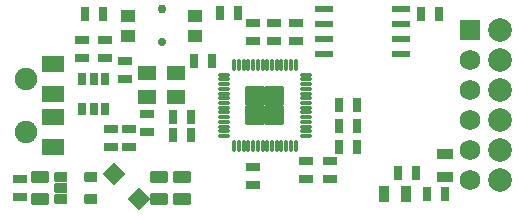
<source format=gbr>
%TF.GenerationSoftware,KiCad,Pcbnew,(6.0.7)*%
%TF.CreationDate,2022-08-11T09:50:48+02:00*%
%TF.ProjectId,cowstick-rp,636f7773-7469-4636-9b2d-72702e6b6963,1*%
%TF.SameCoordinates,Original*%
%TF.FileFunction,Soldermask,Top*%
%TF.FilePolarity,Negative*%
%FSLAX46Y46*%
G04 Gerber Fmt 4.6, Leading zero omitted, Abs format (unit mm)*
G04 Created by KiCad (PCBNEW (6.0.7)) date 2022-08-11 09:50:48*
%MOMM*%
%LPD*%
G01*
G04 APERTURE LIST*
G04 Aperture macros list*
%AMRoundRect*
0 Rectangle with rounded corners*
0 $1 Rounding radius*
0 $2 $3 $4 $5 $6 $7 $8 $9 X,Y pos of 4 corners*
0 Add a 4 corners polygon primitive as box body*
4,1,4,$2,$3,$4,$5,$6,$7,$8,$9,$2,$3,0*
0 Add four circle primitives for the rounded corners*
1,1,$1+$1,$2,$3*
1,1,$1+$1,$4,$5*
1,1,$1+$1,$6,$7*
1,1,$1+$1,$8,$9*
0 Add four rect primitives between the rounded corners*
20,1,$1+$1,$2,$3,$4,$5,0*
20,1,$1+$1,$4,$5,$6,$7,0*
20,1,$1+$1,$6,$7,$8,$9,0*
20,1,$1+$1,$8,$9,$2,$3,0*%
G04 Aperture macros list end*
%ADD10R,1.143000X0.635000*%
%ADD11R,0.635000X1.143000*%
%ADD12RoundRect,0.050000X-0.571500X0.317500X-0.571500X-0.317500X0.571500X-0.317500X0.571500X0.317500X0*%
%ADD13R,1.750000X1.750000*%
%ADD14C,1.750000*%
%ADD15C,2.000000*%
%ADD16RoundRect,0.050000X-0.100000X0.437500X-0.100000X-0.437500X0.100000X-0.437500X0.100000X0.437500X0*%
%ADD17RoundRect,0.050000X-0.437500X-0.100000X0.437500X-0.100000X0.437500X0.100000X-0.437500X0.100000X0*%
%ADD18RoundRect,0.050000X0.100000X-0.437500X0.100000X0.437500X-0.100000X0.437500X-0.100000X-0.437500X0*%
%ADD19RoundRect,0.050000X0.437500X0.100000X-0.437500X0.100000X-0.437500X-0.100000X0.437500X-0.100000X0*%
%ADD20RoundRect,0.050000X-0.800000X0.800000X-0.800000X-0.800000X0.800000X-0.800000X0.800000X0.800000X0*%
%ADD21RoundRect,0.050000X-0.500380X0.350520X-0.500380X-0.350520X0.500380X-0.350520X0.500380X0.350520X0*%
%ADD22C,0.750000*%
%ADD23C,0.700000*%
%ADD24R,1.200000X1.000000*%
%ADD25RoundRect,0.050000X0.698500X-0.444500X0.698500X0.444500X-0.698500X0.444500X-0.698500X-0.444500X0*%
%ADD26RoundRect,0.050000X0.000000X-0.919239X0.919239X0.000000X0.000000X0.919239X-0.919239X0.000000X0*%
%ADD27R,0.889000X1.397000*%
%ADD28R,0.701040X1.000760*%
%ADD29R,1.600000X0.550000*%
%ADD30C,1.900000*%
%ADD31RoundRect,0.050000X-0.850000X-0.650000X0.850000X-0.650000X0.850000X0.650000X-0.850000X0.650000X0*%
%ADD32R,1.397000X0.889000*%
%ADD33R,1.500000X1.200000*%
%ADD34RoundRect,0.050000X-0.698500X0.444500X-0.698500X-0.444500X0.698500X-0.444500X0.698500X0.444500X0*%
G04 APERTURE END LIST*
D10*
%TO.C,C15*%
X152000000Y-109738000D03*
X152000000Y-111262000D03*
%TD*%
D11*
%TO.C,C7*%
X142262000Y-107500000D03*
X140738000Y-107500000D03*
%TD*%
D12*
%TO.C,C2*%
X127750000Y-111238000D03*
X127750000Y-112762000D03*
%TD*%
D13*
%TO.C,J2*%
X165836500Y-98650000D03*
D14*
X165836500Y-101190000D03*
X165836500Y-103730000D03*
X165836500Y-106270000D03*
X165836500Y-108810000D03*
X165836500Y-111350000D03*
D15*
X168376500Y-98650000D03*
X168376500Y-101190000D03*
X168376500Y-103730000D03*
X168376500Y-106270000D03*
X168376500Y-108810000D03*
X168376500Y-111350000D03*
%TD*%
D16*
%TO.C,U1*%
X151100000Y-101550000D03*
X150700000Y-101550000D03*
X150300000Y-101550000D03*
X149900000Y-101550000D03*
X149500000Y-101550000D03*
X149100000Y-101550000D03*
X148700000Y-101550000D03*
X148300000Y-101550000D03*
X147900000Y-101550000D03*
X147500000Y-101550000D03*
X147100000Y-101550000D03*
X146700000Y-101550000D03*
X146300000Y-101550000D03*
X145900000Y-101550000D03*
D17*
X145050000Y-102400000D03*
X145050000Y-102800000D03*
X145050000Y-103200000D03*
X145050000Y-103600000D03*
X145050000Y-104000000D03*
X145050000Y-104400000D03*
X145050000Y-104800000D03*
X145050000Y-105200000D03*
X145050000Y-105600000D03*
X145050000Y-106000000D03*
X145050000Y-106400000D03*
X145050000Y-106800000D03*
X145050000Y-107200000D03*
X145050000Y-107600000D03*
D18*
X145900000Y-108450000D03*
X146300000Y-108450000D03*
X146700000Y-108450000D03*
X147100000Y-108450000D03*
X147500000Y-108450000D03*
X147900000Y-108450000D03*
X148300000Y-108450000D03*
X148700000Y-108450000D03*
X149100000Y-108450000D03*
X149500000Y-108450000D03*
X149900000Y-108450000D03*
X150300000Y-108450000D03*
X150700000Y-108450000D03*
X151100000Y-108450000D03*
D19*
X151950000Y-107600000D03*
X151950000Y-107200000D03*
X151950000Y-106800000D03*
X151950000Y-106400000D03*
X151950000Y-106000000D03*
X151950000Y-105600000D03*
X151950000Y-105200000D03*
X151950000Y-104800000D03*
X151950000Y-104400000D03*
X151950000Y-104000000D03*
X151950000Y-103600000D03*
X151950000Y-103200000D03*
X151950000Y-102800000D03*
X151950000Y-102400000D03*
D20*
X149300000Y-104200000D03*
X147700000Y-105800000D03*
X147700000Y-104200000D03*
X149300000Y-105800000D03*
%TD*%
D11*
%TO.C,R7*%
X144668000Y-97220000D03*
X146192000Y-97220000D03*
%TD*%
%TO.C,C19*%
X134762000Y-97250000D03*
X133238000Y-97250000D03*
%TD*%
D10*
%TO.C,C14*%
X147500000Y-110238000D03*
X147500000Y-111762000D03*
%TD*%
D21*
%TO.C,U2*%
X131230000Y-111047500D03*
X131230000Y-112000000D03*
X131230000Y-112952500D03*
X133770000Y-112952500D03*
X133770000Y-111047500D03*
%TD*%
D10*
%TO.C,C11*%
X151100000Y-99512000D03*
X151100000Y-97988000D03*
%TD*%
%TO.C,R4*%
X149300000Y-99512000D03*
X149300000Y-97988000D03*
%TD*%
D11*
%TO.C,C13*%
X142262000Y-106000000D03*
X140738000Y-106000000D03*
%TD*%
D22*
%TO.C,SW1*%
X139750000Y-96875000D03*
D23*
X139750000Y-99625000D03*
D24*
X136950000Y-99100000D03*
X142550000Y-99100000D03*
X142550000Y-97400000D03*
X136950000Y-97400000D03*
%TD*%
D10*
%TO.C,R2*%
X133050000Y-101012000D03*
X133050000Y-99488000D03*
%TD*%
%TO.C,R5*%
X136650000Y-102762000D03*
X136650000Y-101238000D03*
%TD*%
D25*
%TO.C,C4*%
X141500000Y-112952500D03*
X141500000Y-111047500D03*
%TD*%
D26*
%TO.C,L1*%
X135690000Y-110840000D03*
X137810000Y-112960000D03*
%TD*%
D11*
%TO.C,C18*%
X161738000Y-97250000D03*
X163262000Y-97250000D03*
%TD*%
D27*
%TO.C,D2*%
X160452500Y-112500000D03*
X158547500Y-112500000D03*
%TD*%
D11*
%TO.C,C6*%
X154738000Y-108500000D03*
X156262000Y-108500000D03*
%TD*%
D28*
%TO.C,D1*%
X134952500Y-102730000D03*
X134000000Y-102730000D03*
X133047500Y-102730000D03*
X133047500Y-105270000D03*
X134000000Y-105270000D03*
X134952500Y-105270000D03*
%TD*%
D10*
%TO.C,R1*%
X135500000Y-106988000D03*
X135500000Y-108512000D03*
%TD*%
D11*
%TO.C,R6*%
X161262000Y-110750000D03*
X159738000Y-110750000D03*
%TD*%
%TO.C,L2*%
X162238000Y-112500000D03*
X163762000Y-112500000D03*
%TD*%
%TO.C,C17*%
X154738000Y-106750000D03*
X156262000Y-106750000D03*
%TD*%
D29*
%TO.C,U3*%
X153500000Y-96845000D03*
X153500000Y-98115000D03*
X153500000Y-99385000D03*
X153500000Y-100655000D03*
X160000000Y-100655000D03*
X160000000Y-99385000D03*
X160000000Y-98115000D03*
X160000000Y-96845000D03*
%TD*%
D10*
%TO.C,C12*%
X147500000Y-99512000D03*
X147500000Y-97988000D03*
%TD*%
%TO.C,C10*%
X138500000Y-105738000D03*
X138500000Y-107262000D03*
%TD*%
D11*
%TO.C,C9*%
X142488000Y-101250000D03*
X144012000Y-101250000D03*
%TD*%
D30*
%TO.C,P1*%
X128250000Y-102750000D03*
X128250000Y-107250000D03*
D31*
X130600000Y-108500000D03*
X130600000Y-106000000D03*
X130600000Y-104000000D03*
X130600000Y-101500000D03*
%TD*%
D10*
%TO.C,C5*%
X137000000Y-108512000D03*
X137000000Y-106988000D03*
%TD*%
%TO.C,C16*%
X154000000Y-109738000D03*
X154000000Y-111262000D03*
%TD*%
D11*
%TO.C,C8*%
X154738000Y-105000000D03*
X156262000Y-105000000D03*
%TD*%
D25*
%TO.C,C3*%
X139550000Y-112952500D03*
X139550000Y-111047500D03*
%TD*%
D32*
%TO.C,C20*%
X163750000Y-111032500D03*
X163750000Y-109127500D03*
%TD*%
D33*
%TO.C,X1*%
X141000000Y-102250000D03*
X138500000Y-102250000D03*
X138500000Y-104250000D03*
X141000000Y-104250000D03*
%TD*%
D34*
%TO.C,C1*%
X129500000Y-111047500D03*
X129500000Y-112952500D03*
%TD*%
D10*
%TO.C,R3*%
X134950000Y-101012000D03*
X134950000Y-99488000D03*
%TD*%
M02*

</source>
